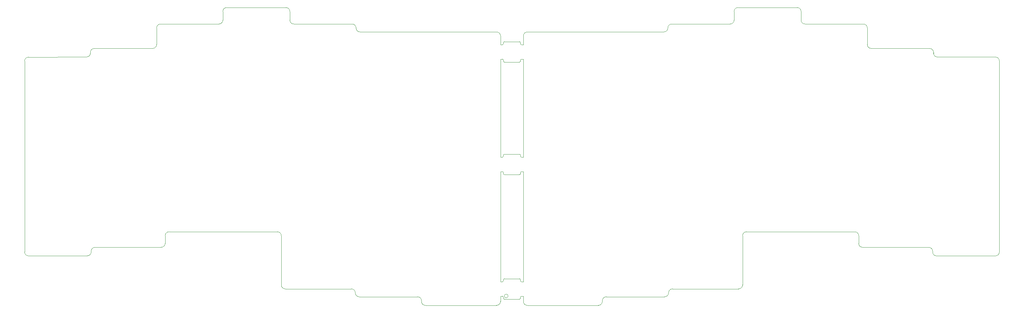
<source format=gbr>
%TF.GenerationSoftware,KiCad,Pcbnew,9.0.1*%
%TF.CreationDate,2025-04-16T23:21:15+03:00*%
%TF.ProjectId,turfing,74757266-696e-4672-9e6b-696361645f70,rev?*%
%TF.SameCoordinates,Original*%
%TF.FileFunction,Profile,NP*%
%FSLAX46Y46*%
G04 Gerber Fmt 4.6, Leading zero omitted, Abs format (unit mm)*
G04 Created by KiCad (PCBNEW 9.0.1) date 2025-04-16 23:21:15*
%MOMM*%
%LPD*%
G01*
G04 APERTURE LIST*
%TA.AperFunction,Profile*%
%ADD10C,0.100000*%
%TD*%
G04 APERTURE END LIST*
D10*
X146175355Y-130000000D02*
X145675355Y-130000000D01*
X145675355Y-130000000D02*
X145675355Y-101675000D01*
X237647480Y-118160859D02*
X237644708Y-120158409D01*
X145675355Y-135100355D02*
G75*
G02*
X144675355Y-136099955I-999955J355D01*
G01*
X240850000Y-69940000D02*
G75*
G02*
X239850000Y-68940000I0J1000000D01*
G01*
X171829690Y-135100000D02*
G75*
G02*
X170829690Y-136099990I-999990J0D01*
G01*
X150805099Y-133999290D02*
G75*
G02*
X151055099Y-133749299I250001J-10D01*
G01*
X256850000Y-71150000D02*
X256850000Y-70940000D01*
X23500000Y-73178115D02*
X23500000Y-122358922D01*
X88400176Y-117149656D02*
G75*
G02*
X89399844Y-118149656I-376J-1000044D01*
G01*
X89399848Y-118149656D02*
X89399848Y-130849984D01*
X188829690Y-132850000D02*
G75*
G02*
X189829690Y-131849990I1000010J0D01*
G01*
X57400000Y-64650000D02*
G75*
G02*
X58400000Y-63650000I1000000J0D01*
G01*
X90600000Y-59400000D02*
G75*
G02*
X91600000Y-60400000I0J-1000000D01*
G01*
X40600000Y-122350521D02*
G75*
G02*
X39600521Y-123350500I-1000000J21D01*
G01*
X150550000Y-97175000D02*
G75*
G02*
X150800000Y-97425000I0J-250000D01*
G01*
X146175355Y-72700000D02*
X145675355Y-72700000D01*
X150550000Y-97175000D02*
X146670657Y-97175000D01*
X56400000Y-69940000D02*
X41400000Y-69940000D01*
X90399848Y-131850000D02*
G75*
G02*
X89399900Y-130849984I-48J999900D01*
G01*
X257630547Y-123369479D02*
G75*
G02*
X256630021Y-122369479I-547J999979D01*
G01*
X23500000Y-73178115D02*
G75*
G02*
X24498113Y-72178102I1000000J15D01*
G01*
X152555045Y-136100000D02*
G75*
G02*
X151555100Y-135099645I-45J999900D01*
G01*
X255630231Y-121159795D02*
G75*
G02*
X256630005Y-122159795I-231J-1000005D01*
G01*
X108400000Y-132850000D02*
X108400000Y-132890000D01*
X39600521Y-123350521D02*
X24500556Y-123358922D01*
X150805099Y-73199290D02*
G75*
G02*
X150555099Y-73449299I-249999J-10D01*
G01*
X188650000Y-64690000D02*
G75*
G02*
X187650000Y-65690000I-1000000J0D01*
G01*
X146425355Y-68700000D02*
G75*
G02*
X146175355Y-68949955I-249955J0D01*
G01*
X146425355Y-97425000D02*
G75*
G02*
X146675355Y-97174955I250045J0D01*
G01*
X151055099Y-101674290D02*
X151555101Y-101674290D01*
X59594238Y-118139149D02*
G75*
G02*
X60594566Y-117140537I999962J-1351D01*
G01*
X150805099Y-102174290D02*
G75*
G02*
X150555099Y-102424299I-249999J-10D01*
G01*
X256630026Y-122159795D02*
X256630026Y-122369479D01*
X150800000Y-97675000D02*
X150800000Y-97425000D01*
X58591461Y-121140205D02*
X41603162Y-121140205D01*
X126400000Y-136100000D02*
X144675355Y-136100000D01*
X74400000Y-60400000D02*
X74400000Y-62650000D01*
X109400000Y-133890000D02*
G75*
G02*
X108400000Y-132890000I0J1000000D01*
G01*
X150550000Y-68200000D02*
X146670657Y-68200000D01*
X144675355Y-65690000D02*
X109600000Y-65690000D01*
X151555101Y-72699290D02*
X151550000Y-97925000D01*
X171829690Y-134890000D02*
X171829690Y-135100000D01*
X151050000Y-130000000D02*
X151550000Y-130000000D01*
X150550000Y-129250000D02*
X146670657Y-129250000D01*
X146425355Y-97675000D02*
G75*
G02*
X146175355Y-97924955I-249955J0D01*
G01*
X272750000Y-72150000D02*
G75*
G02*
X273750000Y-73150000I0J-1000000D01*
G01*
X188829690Y-132890000D02*
G75*
G02*
X187829690Y-133889990I-999990J0D01*
G01*
X90600000Y-59400000D02*
X75400000Y-59400000D01*
X59594238Y-118139149D02*
X59591460Y-120141593D01*
X150805099Y-101924290D02*
X150805099Y-102174290D01*
X150805099Y-72949290D02*
X150805099Y-73199290D01*
X40400000Y-71150000D02*
X40400000Y-70940000D01*
X150805099Y-134249290D02*
G75*
G02*
X150555099Y-134499299I-249999J-10D01*
G01*
X147635489Y-133690000D02*
G75*
G02*
X146664511Y-133690000I-485489J0D01*
G01*
X146664511Y-133690000D02*
G75*
G02*
X147635489Y-133690000I485489J0D01*
G01*
X151050000Y-130000000D02*
G75*
G02*
X150800000Y-129750000I0J250000D01*
G01*
X187650000Y-65690000D02*
X152579335Y-65690000D01*
X205650000Y-60400000D02*
G75*
G02*
X206650000Y-59400000I1000000J0D01*
G01*
X125400000Y-134890000D02*
X125400000Y-135100000D01*
X151579335Y-66690000D02*
X151579335Y-68950000D01*
X207829874Y-118150329D02*
X207829874Y-130850000D01*
X255850000Y-69940000D02*
G75*
G02*
X256850000Y-70940000I0J-1000000D01*
G01*
X204650000Y-63650000D02*
X189650000Y-63650000D01*
X146425355Y-101925000D02*
X146425355Y-102175000D01*
X205650000Y-62650000D02*
X205650000Y-60400000D01*
X146675355Y-102425000D02*
G75*
G02*
X146425400Y-102175000I45J250000D01*
G01*
X238850000Y-63650000D02*
G75*
G02*
X239850000Y-64650000I0J-1000000D01*
G01*
X205650000Y-62650000D02*
G75*
G02*
X204650000Y-63650000I-1000000J0D01*
G01*
X150805099Y-101924290D02*
G75*
G02*
X151055099Y-101674299I250001J-10D01*
G01*
X146175355Y-101675000D02*
G75*
G02*
X146425400Y-101925000I45J-250000D01*
G01*
X151050100Y-68950000D02*
X151579335Y-68950000D01*
X145675355Y-133750000D02*
X145675355Y-135100000D01*
X107400000Y-131850000D02*
G75*
G02*
X108400000Y-132850000I0J-1000000D01*
G01*
X146175355Y-133750000D02*
G75*
G02*
X146425400Y-134000000I45J-250000D01*
G01*
X24500556Y-123358922D02*
G75*
G02*
X23499978Y-122358922I-556J1000022D01*
G01*
X223850000Y-63650000D02*
G75*
G02*
X222850000Y-62650000I0J1000000D01*
G01*
X146425355Y-97675000D02*
X146425355Y-97425000D01*
X272750000Y-72150000D02*
X257850000Y-72150000D01*
X92600000Y-63650000D02*
G75*
G02*
X91600000Y-62650000I0J1000000D01*
G01*
X150805099Y-72949290D02*
G75*
G02*
X151055099Y-72699299I250001J-10D01*
G01*
X74400000Y-62650000D02*
G75*
G02*
X73400000Y-63650000I-1000000J0D01*
G01*
X146425355Y-129750000D02*
X146425355Y-129500000D01*
X207829874Y-118150329D02*
G75*
G02*
X208830203Y-117150374I999926J29D01*
G01*
X88400176Y-117149656D02*
X60594566Y-117140537D01*
X236647810Y-117159471D02*
G75*
G02*
X237647528Y-118160859I-310J-1000029D01*
G01*
X146175355Y-97925000D02*
X145675355Y-97925000D01*
X206829874Y-131850000D02*
X189829690Y-131850000D01*
X273750000Y-122369479D02*
X273750000Y-73150000D01*
X40600000Y-122140205D02*
G75*
G02*
X41600205Y-121140200I1000000J5D01*
G01*
X151050000Y-97925000D02*
G75*
G02*
X150800000Y-97675000I100J250100D01*
G01*
X40400000Y-70940000D02*
G75*
G02*
X41400000Y-69940000I1000000J0D01*
G01*
X146675355Y-73449999D02*
X150557221Y-73449290D01*
X124400000Y-133890000D02*
X109400000Y-133890000D01*
X146175355Y-68950000D02*
X145675355Y-68950000D01*
X151055099Y-133749290D02*
X151555101Y-133749290D01*
X188650000Y-64650000D02*
G75*
G02*
X189650000Y-63650000I1000000J0D01*
G01*
X146175355Y-133750000D02*
X145675355Y-133750000D01*
X151579335Y-66689645D02*
G75*
G02*
X152579335Y-65689935I1000065J-355D01*
G01*
X236647810Y-117159471D02*
X208830203Y-117150329D01*
X273750000Y-122369479D02*
G75*
G02*
X272750000Y-123369500I-1000000J-21D01*
G01*
X146675355Y-134500000D02*
G75*
G02*
X146425400Y-134250000I45J250000D01*
G01*
X107600000Y-63650000D02*
G75*
G02*
X108600000Y-64650000I0J-1000000D01*
G01*
X146425355Y-134004743D02*
X146425355Y-134250000D01*
X239850000Y-64650000D02*
X239850000Y-68940000D01*
X150800000Y-129750000D02*
X150800000Y-129500000D01*
X146425355Y-68700000D02*
X146425355Y-68450000D01*
X150552979Y-134499290D02*
X146675400Y-134500000D01*
X188829690Y-132850000D02*
X188829690Y-132890000D01*
X74400000Y-60400000D02*
G75*
G02*
X75400000Y-59400000I1000000J0D01*
G01*
X151050000Y-97925000D02*
X151550000Y-97925000D01*
X150800000Y-68700000D02*
X150800000Y-68450000D01*
X171829690Y-134890000D02*
G75*
G02*
X172829690Y-133889990I1000010J0D01*
G01*
X238644707Y-121159796D02*
G75*
G02*
X237644705Y-120158409I-7J999996D01*
G01*
X151555101Y-101674290D02*
X151550000Y-130000000D01*
X146425355Y-72950000D02*
X146425355Y-73200000D01*
X152555045Y-136100000D02*
X170829690Y-136100000D01*
X172829690Y-133890000D02*
X187829690Y-133890000D01*
X107600000Y-63650000D02*
X92600000Y-63650000D01*
X146425355Y-129750000D02*
G75*
G02*
X146175355Y-129999955I-249955J0D01*
G01*
X57400000Y-68940000D02*
G75*
G02*
X56400000Y-69940000I-1000000J0D01*
G01*
X207829874Y-130850016D02*
G75*
G02*
X206829874Y-131849974I-999974J16D01*
G01*
X151050000Y-68950000D02*
G75*
G02*
X150800000Y-68700000I100J250100D01*
G01*
X40400000Y-71150000D02*
G75*
G02*
X39400000Y-72150000I-1000000J0D01*
G01*
X107400000Y-131850000D02*
X90399848Y-131850000D01*
X126400000Y-136100000D02*
G75*
G02*
X125400000Y-135100000I0J1000000D01*
G01*
X188650000Y-64650000D02*
X188650000Y-64690000D01*
X59591460Y-120141593D02*
G75*
G02*
X58591461Y-121140261I-1000060J1393D01*
G01*
X151555101Y-135099645D02*
X151555101Y-133749290D01*
X257630547Y-123369478D02*
X272750000Y-123369479D01*
X146675355Y-73450000D02*
G75*
G02*
X146425400Y-73200000I45J250000D01*
G01*
X257850000Y-72150000D02*
G75*
G02*
X256850000Y-71150000I0J1000000D01*
G01*
X255630231Y-121159796D02*
X238644707Y-121159796D01*
X108600000Y-64690000D02*
X108600000Y-64650000D01*
X73400000Y-63650000D02*
X58400000Y-63650000D01*
X150805099Y-133999290D02*
X150805099Y-134249290D01*
X150550000Y-68200000D02*
G75*
G02*
X150800000Y-68450000I0J-250000D01*
G01*
X40600000Y-122140205D02*
X40600000Y-122350521D01*
X144675355Y-65690000D02*
G75*
G02*
X145675400Y-66690000I45J-1000000D01*
G01*
X150550000Y-129250000D02*
G75*
G02*
X150800000Y-129500000I0J-250000D01*
G01*
X146175355Y-101675000D02*
X145675355Y-101675000D01*
X221850000Y-59400000D02*
G75*
G02*
X222850000Y-60400000I0J-1000000D01*
G01*
X124400000Y-133890000D02*
G75*
G02*
X125400000Y-134890000I0J-1000000D01*
G01*
X109600000Y-65690000D02*
G75*
G02*
X108600000Y-64690000I0J1000000D01*
G01*
X145675355Y-66690000D02*
X145675355Y-68950000D01*
X91600000Y-62650000D02*
X91600000Y-60400000D01*
X223850000Y-63650000D02*
X238850000Y-63650000D01*
X222850000Y-60400000D02*
X222850000Y-62650000D01*
X221850000Y-59400000D02*
X206650000Y-59400000D01*
X151055099Y-72699290D02*
X151555101Y-72699290D01*
X240850000Y-69940000D02*
X255850000Y-69940000D01*
X146675355Y-102424999D02*
X150557221Y-102424290D01*
X146425355Y-129500000D02*
G75*
G02*
X146675355Y-129249955I250045J0D01*
G01*
X145675355Y-97925000D02*
X145675355Y-72700000D01*
X57400000Y-64650000D02*
X57400000Y-68940000D01*
X146425355Y-68450000D02*
G75*
G02*
X146675355Y-68199955I250045J0D01*
G01*
X146175355Y-72700000D02*
G75*
G02*
X146425400Y-72950000I45J-250000D01*
G01*
X39400000Y-72150000D02*
X24498113Y-72178117D01*
M02*

</source>
